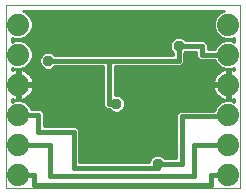
<source format=gtl>
G75*
%MOIN*%
%OFA0B0*%
%FSLAX24Y24*%
%IPPOS*%
%LPD*%
%AMOC8*
5,1,8,0,0,1.08239X$1,22.5*
%
%ADD10C,0.0000*%
%ADD11C,0.0740*%
%ADD12C,0.0100*%
%ADD13C,0.0160*%
%ADD14C,0.0376*%
D10*
X000261Y000766D02*
X000265Y006880D01*
X008078Y006884D01*
X008074Y000766D01*
X000261Y000766D01*
D11*
X000670Y001227D03*
X000670Y002227D03*
X000670Y003227D03*
X000670Y004227D03*
X000670Y005227D03*
X000670Y006227D03*
X007670Y006227D03*
X007670Y005227D03*
X007670Y004227D03*
X007670Y003227D03*
X007670Y002227D03*
X007670Y001227D03*
D12*
X005937Y001783D02*
X005547Y001783D01*
X005485Y001846D01*
X005375Y001891D01*
X005256Y001891D01*
X005147Y001846D01*
X005063Y001762D01*
X005018Y001652D01*
X005018Y001649D01*
X002710Y001649D01*
X002710Y002719D01*
X002599Y002830D01*
X001529Y002830D01*
X001529Y003305D01*
X001418Y003417D01*
X001111Y003417D01*
X001077Y003499D01*
X000942Y003634D01*
X000766Y003707D01*
X000575Y003707D01*
X000462Y003660D01*
X000463Y003749D01*
X000470Y003745D01*
X000548Y003719D01*
X000620Y003708D01*
X000620Y004177D01*
X000720Y004177D01*
X000720Y004277D01*
X000620Y004277D01*
X000620Y004745D01*
X000548Y004734D01*
X000470Y004709D01*
X000463Y004705D01*
X000463Y004793D01*
X000575Y004747D01*
X000766Y004747D01*
X000942Y004820D01*
X001077Y004955D01*
X001150Y005131D01*
X001150Y005322D01*
X001077Y005499D01*
X000942Y005634D01*
X000766Y005707D01*
X000575Y005707D01*
X000464Y005661D01*
X000464Y005793D01*
X000575Y005747D01*
X000766Y005747D01*
X000942Y005820D01*
X001077Y005955D01*
X001150Y006131D01*
X001150Y006322D01*
X001077Y006499D01*
X000942Y006634D01*
X000829Y006681D01*
X007520Y006684D01*
X007398Y006634D01*
X007263Y006499D01*
X007190Y006322D01*
X007190Y006131D01*
X007263Y005955D01*
X007398Y005820D01*
X007575Y005747D01*
X007766Y005747D01*
X007877Y005793D01*
X007877Y005661D01*
X007766Y005707D01*
X007575Y005707D01*
X007398Y005634D01*
X007263Y005499D01*
X007229Y005417D01*
X006986Y005417D01*
X006986Y005589D01*
X006875Y005700D01*
X006260Y005700D01*
X006189Y005771D01*
X006080Y005816D01*
X005961Y005816D01*
X005852Y005771D01*
X005768Y005687D01*
X005722Y005577D01*
X005722Y005459D01*
X005768Y005349D01*
X005830Y005286D01*
X005830Y005216D01*
X001902Y005216D01*
X001839Y005279D01*
X001729Y005324D01*
X001611Y005324D01*
X001501Y005279D01*
X001417Y005195D01*
X001372Y005085D01*
X001372Y004967D01*
X001417Y004857D01*
X001501Y004773D01*
X001611Y004728D01*
X001729Y004728D01*
X001839Y004773D01*
X001902Y004836D01*
X003512Y004836D01*
X003512Y003514D01*
X003623Y003403D01*
X003714Y003403D01*
X003777Y003340D01*
X003886Y003295D01*
X004005Y003295D01*
X004115Y003340D01*
X004198Y003424D01*
X004244Y003534D01*
X004244Y003652D01*
X004198Y003762D01*
X004115Y003846D01*
X004005Y003891D01*
X003892Y003891D01*
X003892Y004836D01*
X006099Y004836D01*
X006210Y004947D01*
X006210Y005286D01*
X006244Y005320D01*
X006606Y005320D01*
X006606Y005148D01*
X006717Y005037D01*
X007229Y005037D01*
X007263Y004955D01*
X007398Y004820D01*
X007575Y004747D01*
X007766Y004747D01*
X007876Y004793D01*
X007876Y004705D01*
X007870Y004709D01*
X007792Y004734D01*
X007720Y004745D01*
X007720Y004277D01*
X007620Y004277D01*
X007620Y004745D01*
X007548Y004734D01*
X007470Y004709D01*
X007398Y004671D01*
X007331Y004623D01*
X007273Y004565D01*
X007225Y004499D01*
X007188Y004426D01*
X007163Y004348D01*
X007152Y004277D01*
X007620Y004277D01*
X007620Y004177D01*
X007152Y004177D01*
X007163Y004105D01*
X007188Y004027D01*
X007225Y003954D01*
X007273Y003888D01*
X007331Y003830D01*
X007398Y003782D01*
X007470Y003745D01*
X007548Y003719D01*
X007620Y003708D01*
X007620Y004177D01*
X007720Y004177D01*
X007720Y003708D01*
X007792Y003719D01*
X007870Y003745D01*
X007876Y003748D01*
X007875Y003661D01*
X007766Y003707D01*
X007575Y003707D01*
X007398Y003634D01*
X007263Y003499D01*
X007203Y003354D01*
X006048Y003354D01*
X005937Y003242D01*
X005937Y001783D01*
X005937Y001856D02*
X005460Y001856D01*
X005171Y001856D02*
X002710Y001856D01*
X002710Y001757D02*
X005061Y001757D01*
X005020Y001659D02*
X002710Y001659D01*
X002710Y001954D02*
X005937Y001954D01*
X005937Y002053D02*
X002710Y002053D01*
X002710Y002151D02*
X005937Y002151D01*
X005937Y002250D02*
X002710Y002250D01*
X002710Y002348D02*
X005937Y002348D01*
X005937Y002447D02*
X002710Y002447D01*
X002710Y002545D02*
X005937Y002545D01*
X005937Y002644D02*
X002710Y002644D01*
X002687Y002742D02*
X005937Y002742D01*
X005937Y002841D02*
X001529Y002841D01*
X001529Y002939D02*
X005937Y002939D01*
X005937Y003038D02*
X001529Y003038D01*
X001529Y003136D02*
X005937Y003136D01*
X005937Y003235D02*
X001529Y003235D01*
X001502Y003333D02*
X003794Y003333D01*
X003594Y003432D02*
X001105Y003432D01*
X001045Y003530D02*
X003512Y003530D01*
X003512Y003629D02*
X000947Y003629D01*
X000870Y003745D02*
X000943Y003782D01*
X001009Y003830D01*
X001067Y003888D01*
X001115Y003954D01*
X001152Y004027D01*
X001177Y004105D01*
X001189Y004177D01*
X000720Y004177D01*
X000720Y003708D01*
X000792Y003719D01*
X000870Y003745D01*
X000816Y003727D02*
X003512Y003727D01*
X003512Y003826D02*
X001003Y003826D01*
X001093Y003924D02*
X003512Y003924D01*
X003512Y004023D02*
X001150Y004023D01*
X001180Y004121D02*
X003512Y004121D01*
X003512Y004220D02*
X000720Y004220D01*
X000720Y004277D02*
X001189Y004277D01*
X001177Y004348D01*
X001152Y004426D01*
X001115Y004499D01*
X001067Y004565D01*
X001009Y004623D01*
X000943Y004671D01*
X000870Y004709D01*
X000792Y004734D01*
X000720Y004745D01*
X000720Y004277D01*
X000720Y004318D02*
X000620Y004318D01*
X000620Y004417D02*
X000720Y004417D01*
X000720Y004515D02*
X000620Y004515D01*
X000620Y004614D02*
X000720Y004614D01*
X000720Y004712D02*
X000620Y004712D01*
X000482Y004712D02*
X000463Y004712D01*
X000859Y004712D02*
X003512Y004712D01*
X003512Y004811D02*
X001876Y004811D01*
X001464Y004811D02*
X000920Y004811D01*
X001031Y004909D02*
X001396Y004909D01*
X001372Y005008D02*
X001099Y005008D01*
X001140Y005106D02*
X001381Y005106D01*
X001427Y005205D02*
X001150Y005205D01*
X001150Y005303D02*
X001560Y005303D01*
X001780Y005303D02*
X005814Y005303D01*
X005746Y005402D02*
X001117Y005402D01*
X001075Y005500D02*
X005722Y005500D01*
X005731Y005599D02*
X000977Y005599D01*
X000788Y005697D02*
X005778Y005697D01*
X005912Y005796D02*
X000884Y005796D01*
X001016Y005894D02*
X007324Y005894D01*
X007247Y005993D02*
X001093Y005993D01*
X001133Y006091D02*
X007207Y006091D01*
X007190Y006190D02*
X001150Y006190D01*
X001150Y006288D02*
X007190Y006288D01*
X007217Y006387D02*
X001123Y006387D01*
X001083Y006485D02*
X007258Y006485D01*
X007348Y006584D02*
X000992Y006584D01*
X000552Y005697D02*
X000464Y005697D01*
X001018Y004614D02*
X003512Y004614D01*
X003512Y004515D02*
X001103Y004515D01*
X001155Y004417D02*
X003512Y004417D01*
X003512Y004318D02*
X001182Y004318D01*
X000720Y004121D02*
X000620Y004121D01*
X000620Y004023D02*
X000720Y004023D01*
X000720Y003924D02*
X000620Y003924D01*
X000620Y003826D02*
X000720Y003826D01*
X000720Y003727D02*
X000620Y003727D01*
X000525Y003727D02*
X000463Y003727D01*
X003892Y003924D02*
X007247Y003924D01*
X007190Y004023D02*
X003892Y004023D01*
X003892Y004121D02*
X007160Y004121D01*
X007158Y004318D02*
X003892Y004318D01*
X003892Y004220D02*
X007620Y004220D01*
X007620Y004318D02*
X007720Y004318D01*
X007720Y004417D02*
X007620Y004417D01*
X007620Y004515D02*
X007720Y004515D01*
X007720Y004614D02*
X007620Y004614D01*
X007620Y004712D02*
X007720Y004712D01*
X007859Y004712D02*
X007876Y004712D01*
X007482Y004712D02*
X003892Y004712D01*
X003892Y004811D02*
X007420Y004811D01*
X007309Y004909D02*
X006172Y004909D01*
X006210Y005008D02*
X007241Y005008D01*
X007322Y004614D02*
X003892Y004614D01*
X003892Y004515D02*
X007237Y004515D01*
X007185Y004417D02*
X003892Y004417D01*
X004134Y003826D02*
X007337Y003826D01*
X007393Y003629D02*
X004244Y003629D01*
X004213Y003727D02*
X007525Y003727D01*
X007620Y003727D02*
X007720Y003727D01*
X007720Y003826D02*
X007620Y003826D01*
X007620Y003924D02*
X007720Y003924D01*
X007720Y004023D02*
X007620Y004023D01*
X007620Y004121D02*
X007720Y004121D01*
X007816Y003727D02*
X007876Y003727D01*
X007295Y003530D02*
X004242Y003530D01*
X004202Y003432D02*
X007235Y003432D01*
X006028Y003333D02*
X004098Y003333D01*
X006210Y005106D02*
X006648Y005106D01*
X006606Y005205D02*
X006210Y005205D01*
X006227Y005303D02*
X006606Y005303D01*
X006976Y005599D02*
X007363Y005599D01*
X007265Y005500D02*
X006986Y005500D01*
X006878Y005697D02*
X007552Y005697D01*
X007456Y005796D02*
X006129Y005796D01*
X007515Y006682D02*
X004144Y006682D01*
X007788Y005697D02*
X007877Y005697D01*
D13*
X007670Y005227D02*
X006796Y005227D01*
X006796Y005510D01*
X006020Y005510D01*
X006020Y005518D01*
X006020Y005026D01*
X003702Y005026D01*
X003702Y003593D01*
X003946Y003593D01*
X002520Y002640D02*
X002520Y001459D01*
X005316Y001459D01*
X005316Y001593D01*
X006127Y001593D01*
X006127Y003164D01*
X007670Y003164D01*
X007670Y003227D01*
X007670Y002227D02*
X006517Y002227D01*
X006517Y001187D01*
X001721Y001187D01*
X001721Y002227D01*
X000670Y002227D01*
X001339Y002640D02*
X002520Y002640D01*
X001339Y002640D02*
X001339Y003227D01*
X000670Y003227D01*
X001670Y005026D02*
X003702Y005026D01*
X001213Y001227D02*
X000670Y001227D01*
X001213Y001227D02*
X001213Y000892D01*
X007103Y000892D01*
X007103Y001223D01*
X007670Y001223D01*
X007670Y001227D01*
D14*
X005316Y001593D03*
X003946Y003593D03*
X001670Y005026D03*
X006020Y005518D03*
M02*

</source>
